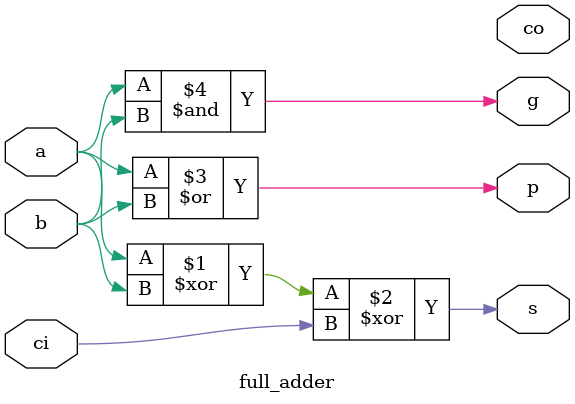
<source format=v>

`timescale 1ns/1ns

module CLA ( a , b ,  cin , s , PG, GG,co);
  input [3:0] a , b;
  input cin;
  
  output [3:0] s, PG, GG;

  wire [3:0] p , g;
  wire [4:0] c;
  output co;
  
  assign c[0]= cin;

  assign c[1] = g[0] || (c[0] & p[0]);
  assign c[2] = g[1] || (g[0] & p[1]) || (c[0] & p[0] & p[1]) ;
  assign c[3] = g[2] || (g[1] & p[2]) || (g[0] & p [1] & p[2])  || ( c[0] & p[0] & p[1] & p[2] );
  assign c[4] = g[3] || (g[2] & p[3]) ||  (g[1] & p[2] & p [3]) || (g[0] & p[1] & p[2] & p[3]) || (c[0] & p[0]& p[1]& p[2] & p[3]);
  assign PG   = p[0] & p [1] & p[2] & p[3];
  assign GG   =  g[3] | (g[2] & p[3] ) | (g[1] & p[3] & p[2]) | ( g[0] & p[3] & p[2] & p[1]);  


  genvar i;
   generate
     for (i=0; i<4;i=i+1) begin: add
       full_adder fa1 ( .a(a[i]), .b(b[i]) , .ci(c[i]) , .s(s[i]) , .p(p[i]) ,.g(g[i]));
     end
  endgenerate

  assign co = c[4];
  
endmodule

module full_adder ( a, b , ci , s , p , g ,co);

  input a, b , ci;
  output s , p , g,co;

  assign s = a ^ b ^ ci;
  assign p = a | b;
  assign g = a & b;
  
endmodule



</source>
